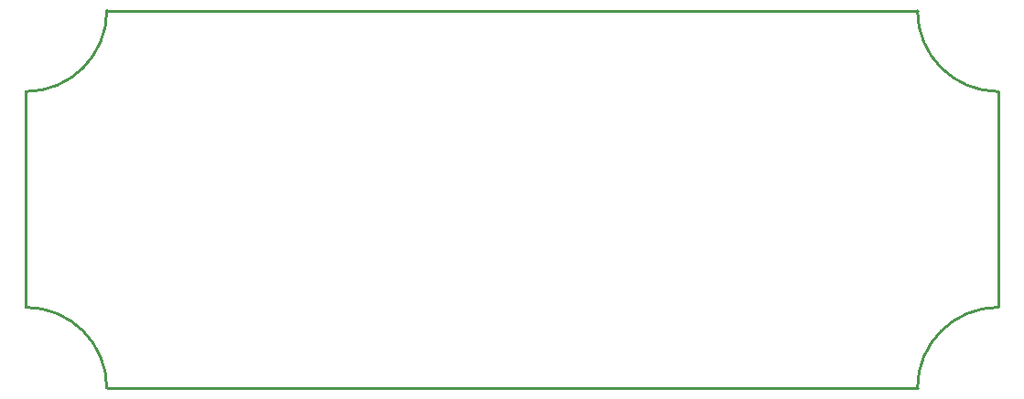
<source format=gko>
G04 Layer_Color=16711935*
%FSTAX24Y24*%
%MOIN*%
G70*
G01*
G75*
%ADD29C,0.0100*%
D29*
X019747Y030327D02*
G03*
X0227Y03328I0J002953D01*
G01*
Y0195D02*
G03*
X019747Y022453I-002953J0D01*
G01*
X052228Y03328D02*
G03*
X05518Y030327I002953J0D01*
G01*
Y022453D02*
G03*
X052228Y0195I0J-002953D01*
G01*
X0227D02*
X052228D01*
X05518Y022453D02*
Y030327D01*
X0227Y03328D02*
X052228D01*
X019747Y022453D02*
Y030327D01*
M02*

</source>
